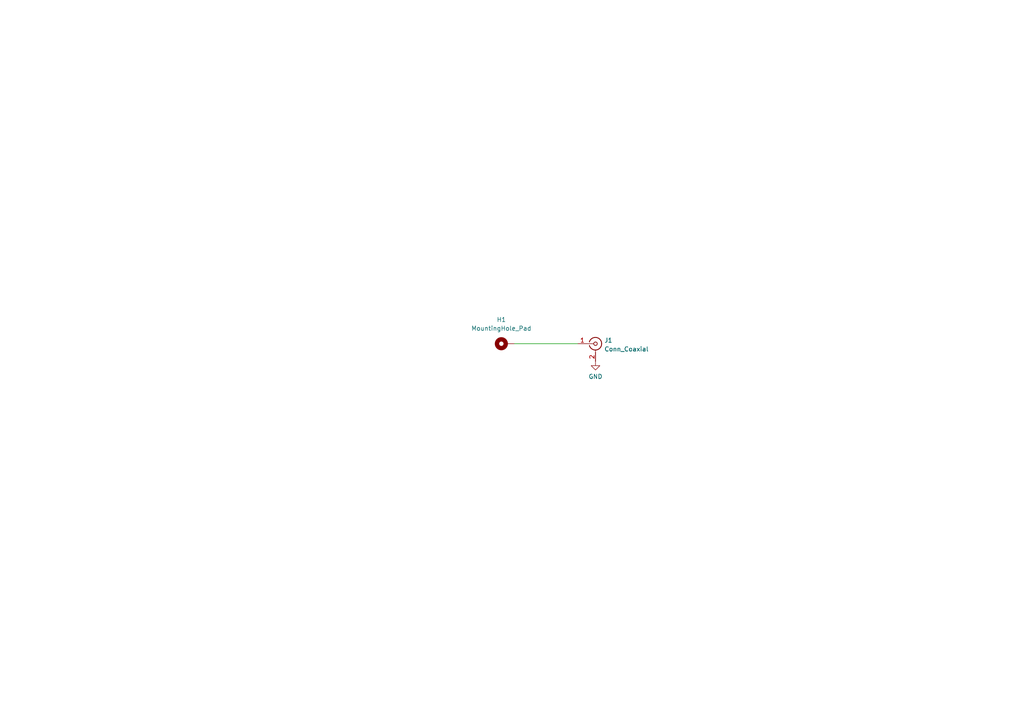
<source format=kicad_sch>
(kicad_sch (version 20211123) (generator eeschema)
  (paper "A4")
  (lib_symbols
    (symbol "Connector:Conn_Coaxial" (pin_names (offset 1.016) hide)
      (property "Reference" "J" (at 0.254 3.048 0))
      (property "Value" "Conn_Coaxial" (at 2.921 0 90))
      (symbol "Conn_Coaxial_0_1"
        (arc (start -1.778 -0.508) (mid 0.222 -1.808) (end 1.778 0) (stroke (width 0.254)))
        (polyline (pts (xy -2.54 0) (xy -0.508 0)))
        (polyline (pts (xy 0 -2.54) (xy 0 -1.778)))
        (circle (center 0 0) (radius 0.508) (stroke (width 0.2032)))
        (arc (start 1.778 0) (mid 0.222 1.8083) (end -1.778 0.508) (stroke (width 0.254)))
      )
      (symbol "Conn_Coaxial_1_1"
        (pin passive line (at -5.08 0 0) (length 2.54) (name "In") (number "1"))
        (pin passive line (at 0 -5.08 90) (length 2.54) (name "Ext") (number "2"))
      )
    )
    (symbol "Mechanical:MountingHole_Pad" (pin_numbers hide) (pin_names (offset 1.016) hide)
      (property "Reference" "H" (at 0 6.35 0))
      (property "Value" "MountingHole_Pad" (at 0 4.445 0))
      (symbol "MountingHole_Pad_0_1"
        (circle (center 0 1.27) (radius 1.27) (stroke (width 1.27)))
      )
      (symbol "MountingHole_Pad_1_1"
        (pin input line (at 0 -2.54 90) (length 2.54) (name "1") (number "1"))
      )
    )
    (symbol "power:GND" (power) (pin_names (offset 0))
      (property "Value" "GND" (at 0 -3.81 0))
      (symbol "GND_0_1"
        (polyline (pts (xy 0 0) (xy 0 -1.27) (xy 1.27 -1.27) (xy 0 -2.54) (xy -1.27 -1.27) (xy 0 -1.27)))
      )
      (symbol "GND_1_1"
        (pin power_in line (at 0 0 270) (length 0) hide (name "GND") (number "1"))
      )
    )
  )
  (wire (pts (xy 149.225 99.695) (xy 167.64 99.695)))
  (symbol (lib_id "power:GND") (at 172.72 104.775 0) (unit 1)
    (property "Reference" "#PWR0101" (effects hide))
    (property "Value" "GND" (at 172.72 109.22 0))
  )
  (symbol (lib_id "Connector:Conn_Coaxial") (at 172.72 99.695 0) (unit 1)
    (property "Reference" "J1" (at 175.26 98.7181 0) (effects (justify left)))
    (property "Value" "Conn_Coaxial" (at 175.26 101.2581 0) (effects (justify left)))
    (property "Footprint" "Connector_Coaxial:SMA_Amphenol_132289_EdgeMount" (effects hide))
    (property "Datasheet" "https://www.belfuse.com/resources/productinformations/cinchconnectivitysolutions/johnson/pi-ccs-john-142-0701-806.pdf" (effects hide))
    (property "M/N" "142-0701-806" (effects hide))
  )
  (symbol (lib_id "Mechanical:MountingHole_Pad") (at 146.685 99.695 90) (unit 1)
    (property "Reference" "H1" (at 145.415 92.71 90))
    (property "Value" "MountingHole_Pad" (at 145.415 95.25 90))
    (property "Footprint" "Connector_PinHeader_2.00mm:PinHeader_1x01_P2.00mm_Vertical" (effects hide))
  )
)
</source>
